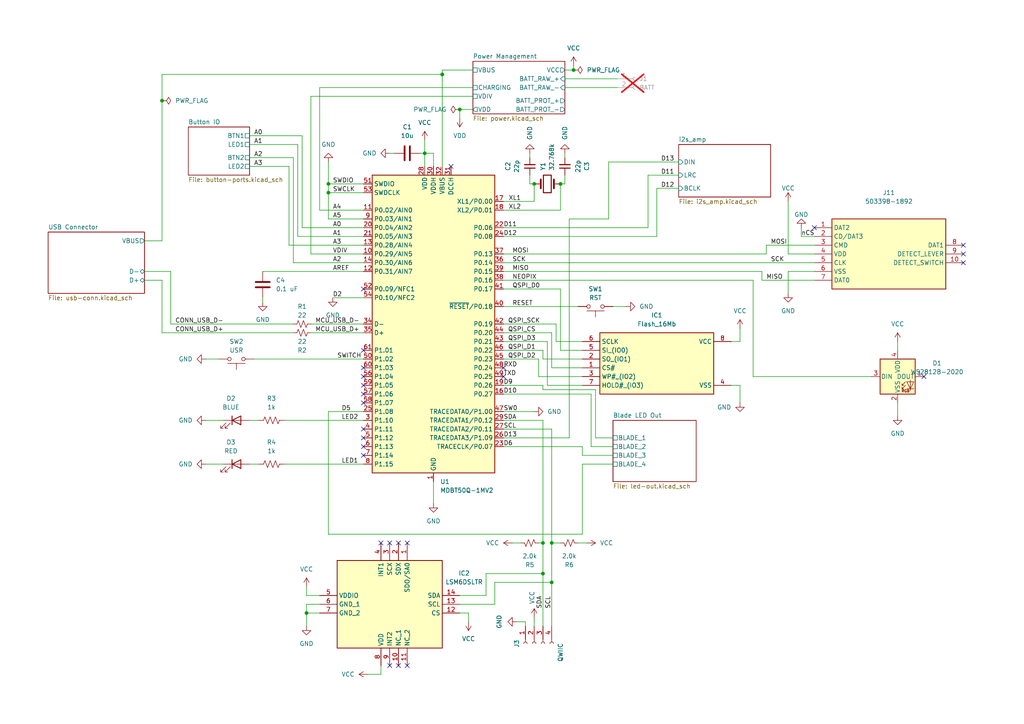
<source format=kicad_sch>
(kicad_sch (version 20230121) (generator eeschema)
  (paper "A4")
  (title_block (title "Lightsaber System Board") (date "2023-03-28") (rev "v2"))
  (lib_symbols
    (symbol "Connector:Conn_01x02_Socket" (pin_names (offset 1.016) hide)
      (property "Reference" "J" (at 0 2.54 0))
      (property "Value" "Conn_01x02_Socket" (at 0 -5.08 0))
      (symbol "Conn_01x02_Socket_1_1"
        (arc (start 0 -2.032) (mid -0.5058 -2.54) (end 0 -3.048) (stroke (width 0.1524)))
        (polyline (pts (xy -1.27 -2.54) (xy -0.508 -2.54)) (stroke (width 0.1524)))
        (polyline (pts (xy -1.27 0) (xy -0.508 0)) (stroke (width 0.1524)))
        (arc (start 0 0.508) (mid -0.5058 0) (end 0 -0.508) (stroke (width 0.1524)))
        (pin passive line (at -5.08 0 0) (length 3.81) (name "Pin_1") (number "1"))
        (pin passive line (at -5.08 -2.54 0) (length 3.81) (name "Pin_2") (number "2"))
      )
    )
    (symbol "Connector:Conn_01x04_Socket" (pin_names (offset 1.016) hide)
      (property "Reference" "J" (at 0 5.08 0))
      (property "Value" "Conn_01x04_Socket" (at 0 -7.62 0))
      (symbol "Conn_01x04_Socket_1_1"
        (arc (start 0 -4.572) (mid -0.5058 -5.08) (end 0 -5.588) (stroke (width 0.1524)))
        (arc (start 0 -2.032) (mid -0.5058 -2.54) (end 0 -3.048) (stroke (width 0.1524)))
        (polyline (pts (xy -1.27 -5.08) (xy -0.508 -5.08)) (stroke (width 0.1524)))
        (polyline (pts (xy -1.27 -2.54) (xy -0.508 -2.54)) (stroke (width 0.1524)))
        (polyline (pts (xy -1.27 0) (xy -0.508 0)) (stroke (width 0.1524)))
        (polyline (pts (xy -1.27 2.54) (xy -0.508 2.54)) (stroke (width 0.1524)))
        (arc (start 0 0.508) (mid -0.5058 0) (end 0 -0.508) (stroke (width 0.1524)))
        (arc (start 0 3.048) (mid -0.5058 2.54) (end 0 2.032) (stroke (width 0.1524)))
        (pin passive line (at -5.08 2.54 0) (length 3.81) (name "Pin_1") (number "1"))
        (pin passive line (at -5.08 0 0) (length 3.81) (name "Pin_2") (number "2"))
        (pin passive line (at -5.08 -2.54 0) (length 3.81) (name "Pin_3") (number "3"))
        (pin passive line (at -5.08 -5.08 0) (length 3.81) (name "Pin_4") (number "4"))
      )
    )
    (symbol "Device:C" (pin_numbers hide) (pin_names (offset 0.254))
      (property "Reference" "C" (at 0.635 2.54 0))
      (property "Value" "C" (at 0.635 -2.54 0))
      (symbol "C_0_1"
        (polyline (pts (xy -2.032 -0.762) (xy 2.032 -0.762)) (stroke (width 0.508)))
        (polyline (pts (xy -2.032 0.762) (xy 2.032 0.762)) (stroke (width 0.508)))
      )
      (symbol "C_1_1"
        (pin passive line (at 0 3.81 270) (length 2.794) (name "~") (number "1"))
        (pin passive line (at 0 -3.81 90) (length 2.794) (name "~") (number "2"))
      )
    )
    (symbol "Device:C_Small" (pin_numbers hide) (pin_names (offset 0.254) hide)
      (property "Reference" "C" (at 0.254 1.778 0))
      (property "Value" "C_Small" (at 0.254 -2.032 0))
      (symbol "C_Small_0_1"
        (polyline (pts (xy -1.524 -0.508) (xy 1.524 -0.508)) (stroke (width 0.3302)))
        (polyline (pts (xy -1.524 0.508) (xy 1.524 0.508)) (stroke (width 0.3048)))
      )
      (symbol "C_Small_1_1"
        (pin passive line (at 0 2.54 270) (length 2.032) (name "~") (number "1"))
        (pin passive line (at 0 -2.54 90) (length 2.032) (name "~") (number "2"))
      )
    )
    (symbol "Device:Crystal" (pin_numbers hide) (pin_names (offset 1.016) hide)
      (property "Reference" "Y" (at 0 3.81 0))
      (property "Value" "Crystal" (at 0 -3.81 0))
      (symbol "Crystal_0_1"
        (rectangle (start -1.143 2.54) (end 1.143 -2.54) (stroke (width 0.3048)))
        (polyline (pts (xy -2.54 0) (xy -1.905 0)))
        (polyline (pts (xy -1.905 -1.27) (xy -1.905 1.27)) (stroke (width 0.508)))
        (polyline (pts (xy 1.905 -1.27) (xy 1.905 1.27)) (stroke (width 0.508)))
        (polyline (pts (xy 2.54 0) (xy 1.905 0)))
      )
      (symbol "Crystal_1_1"
        (pin passive line (at -3.81 0 0) (length 1.27) (name "1") (number "1"))
        (pin passive line (at 3.81 0 180) (length 1.27) (name "2") (number "2"))
      )
    )
    (symbol "Device:LED" (pin_numbers hide) (pin_names (offset 1.016) hide)
      (property "Reference" "D" (at 0 2.54 0))
      (property "Value" "LED" (at 0 -2.54 0))
      (symbol "LED_0_1"
        (polyline (pts (xy -1.27 -1.27) (xy -1.27 1.27)) (stroke (width 0.254)))
        (polyline (pts (xy -1.27 0) (xy 1.27 0)))
        (polyline (pts (xy 1.27 -1.27) (xy 1.27 1.27) (xy -1.27 0) (xy 1.27 -1.27)) (stroke (width 0.254)))
        (polyline (pts (xy -3.048 -0.762) (xy -4.572 -2.286) (xy -3.81 -2.286) (xy -4.572 -2.286) (xy -4.572 -1.524)))
        (polyline (pts (xy -1.778 -0.762) (xy -3.302 -2.286) (xy -2.54 -2.286) (xy -3.302 -2.286) (xy -3.302 -1.524)))
      )
      (symbol "LED_1_1"
        (pin passive line (at -3.81 0 0) (length 2.54) (name "K") (number "1"))
        (pin passive line (at 3.81 0 180) (length 2.54) (name "A") (number "2"))
      )
    )
    (symbol "Device:R_Small_US" (pin_numbers hide) (pin_names (offset 0.254) hide)
      (property "Reference" "R" (at 0.762 0.508 0))
      (property "Value" "R_Small_US" (at 0.762 -1.016 0))
      (symbol "R_Small_US_1_1"
        (polyline (pts (xy 0 0) (xy 1.016 -0.381) (xy 0 -0.762) (xy -1.016 -1.143) (xy 0 -1.524)))
        (polyline (pts (xy 0 1.524) (xy 1.016 1.143) (xy 0 0.762) (xy -1.016 0.381) (xy 0 0)))
        (pin passive line (at 0 2.54 270) (length 1.016) (name "~") (number "1"))
        (pin passive line (at 0 -2.54 90) (length 1.016) (name "~") (number "2"))
      )
    )
    (symbol "Device:R_US" (pin_numbers hide) (pin_names (offset 0))
      (property "Reference" "R" (at 2.54 0 90))
      (property "Value" "R_US" (at -2.54 0 90))
      (symbol "R_US_0_1"
        (polyline (pts (xy 0 -2.286) (xy 0 -2.54)))
        (polyline (pts (xy 0 2.286) (xy 0 2.54)))
        (polyline (pts (xy 0 -0.762) (xy 1.016 -1.143) (xy 0 -1.524) (xy -1.016 -1.905) (xy 0 -2.286)))
        (polyline (pts (xy 0 0.762) (xy 1.016 0.381) (xy 0 0) (xy -1.016 -0.381) (xy 0 -0.762)))
        (polyline (pts (xy 0 2.286) (xy 1.016 1.905) (xy 0 1.524) (xy -1.016 1.143) (xy 0 0.762)))
      )
      (symbol "R_US_1_1"
        (pin passive line (at 0 3.81 270) (length 1.27) (name "~") (number "1"))
        (pin passive line (at 0 -3.81 90) (length 1.27) (name "~") (number "2"))
      )
    )
    (symbol "LED:WS2812B" (pin_names (offset 0.254))
      (property "Reference" "D2" (at 11.43 3.8861 0))
      (property "Value" "WS2812B" (at 11.43 1.3461 0))
      (symbol "WS2812B_0_0"
        (text "RGB" (at 2.286 -4.191 0) (effects (font (size 0.762 0.762))))
      )
      (symbol "WS2812B_0_1"
        (polyline (pts (xy 1.27 -3.556) (xy 1.778 -3.556)))
        (polyline (pts (xy 1.27 -2.54) (xy 1.778 -2.54)))
        (polyline (pts (xy 4.699 -3.556) (xy 2.667 -3.556)))
        (polyline (pts (xy 2.286 -2.54) (xy 1.27 -3.556) (xy 1.27 -3.048)))
        (polyline (pts (xy 2.286 -1.524) (xy 1.27 -2.54) (xy 1.27 -2.032)))
        (polyline (pts (xy 3.683 -1.016) (xy 3.683 -3.556) (xy 3.683 -4.064)))
        (polyline (pts (xy 4.699 -1.524) (xy 2.667 -1.524) (xy 3.683 -3.556) (xy 4.699 -1.524)))
        (rectangle (start 5.08 5.08) (end -5.08 -5.08) (stroke (width 0.254)) (fill (type background)))
      )
      (symbol "WS2812B_1_1"
        (pin output line (at 7.62 0 180) (length 2.54) (name "DOUT") (number "1"))
        (pin power_in line (at 0 -7.62 90) (length 2.54) (name "VSS") (number "2"))
        (pin input line (at -7.62 0 0) (length 2.54) (name "DIN") (number "3"))
        (pin power_in line (at 0 7.62 270) (length 2.54) (name "VDD") (number "4"))
      )
    )
    (symbol "PCM_4ms_Power-symbol:GND" (power) (pin_names (offset 0))
      (property "Value" "GND" (at 0 -3.81 0))
      (symbol "GND_0_1"
        (polyline (pts (xy 0 0) (xy 0 -1.27) (xy 1.27 -1.27) (xy 0 -2.54) (xy -1.27 -1.27) (xy 0 -1.27)))
      )
      (symbol "GND_1_1"
        (pin power_in line (at 0 0 270) (length 0) hide (name "GND") (number "1"))
      )
    )
    (symbol "RF_Module:MDBT50Q-1MV2"
      (property "Reference" "U" (at 0 0 0))
      (property "Value" "MDBT50Q-1MV2" (at 0 -2.54 0))
      (symbol "MDBT50Q-1MV2_0_1"
        (rectangle (start -17.78 43.18) (end 17.78 -43.18) (stroke (width 0.254)) (fill (type background)))
      )
      (symbol "MDBT50Q-1MV2_1_1"
        (pin power_in line (at 0 -45.72 90) (length 2.54) (name "GND") (number "1"))
        (pin bidirectional line (at -20.32 20.32 0) (length 2.54) (name "P0.29/AIN5") (number "10"))
        (pin bidirectional line (at -20.32 33.02 0) (length 2.54) (name "P0.02/AIN0") (number "11"))
        (pin bidirectional line (at -20.32 15.24 0) (length 2.54) (name "P0.31/AIN7") (number "12"))
        (pin bidirectional line (at -20.32 22.86 0) (length 2.54) (name "P0.28/AIN4") (number "13"))
        (pin bidirectional line (at -20.32 17.78 0) (length 2.54) (name "P0.30/AIN6") (number "14"))
        (pin passive line (at 0 -45.72 90) (length 2.54) hide (name "GND") (number "15"))
        (pin bidirectional line (at 20.32 -20.32 180) (length 2.54) (name "P0.27") (number "16"))
        (pin bidirectional line (at 20.32 35.56 180) (length 2.54) (name "XL1/P0.00") (number "17"))
        (pin bidirectional line (at 20.32 33.02 180) (length 2.54) (name "XL2/P0.01") (number "18"))
        (pin bidirectional line (at 20.32 -17.78 180) (length 2.54) (name "P0.26") (number "19"))
        (pin passive line (at 0 -45.72 90) (length 2.54) hide (name "GND") (number "2"))
        (pin bidirectional line (at -20.32 27.94 0) (length 2.54) (name "P0.04/AIN2") (number "20"))
        (pin bidirectional line (at -20.32 25.4 0) (length 2.54) (name "P0.05/AIN3") (number "21"))
        (pin bidirectional line (at 20.32 27.94 180) (length 2.54) (name "P0.06") (number "22"))
        (pin bidirectional line (at 20.32 -35.56 180) (length 2.54) (name "TRACECLK/P0.07") (number "23"))
        (pin bidirectional line (at 20.32 25.4 180) (length 2.54) (name "P0.08") (number "24"))
        (pin bidirectional line (at -20.32 -25.4 0) (length 2.54) (name "P1.08") (number "25"))
        (pin bidirectional line (at 20.32 -33.02 180) (length 2.54) (name "TRACEDATA3/P1.09") (number "26"))
        (pin bidirectional line (at 20.32 -30.48 180) (length 2.54) (name "TRACEDATA2/P0.11") (number "27"))
        (pin power_in line (at -2.54 45.72 270) (length 2.54) (name "VDD") (number "28"))
        (pin bidirectional line (at 20.32 -27.94 180) (length 2.54) (name "TRACEDATA1/P0.12") (number "29"))
        (pin bidirectional line (at -20.32 -27.94 0) (length 2.54) (name "P1.10") (number "3"))
        (pin power_in line (at 0 45.72 270) (length 2.54) (name "VDDH") (number "30"))
        (pin power_out line (at 5.08 45.72 270) (length 2.54) (name "DCCH") (number "31"))
        (pin power_in line (at 2.54 45.72 270) (length 2.54) (name "VBUS") (number "32"))
        (pin passive line (at 0 -45.72 90) (length 2.54) hide (name "GND") (number "33"))
        (pin bidirectional line (at -20.32 0 0) (length 2.54) (name "D-") (number "34"))
        (pin bidirectional line (at -20.32 -2.54 0) (length 2.54) (name "D+") (number "35"))
        (pin bidirectional line (at 20.32 17.78 180) (length 2.54) (name "P0.14") (number "36"))
        (pin bidirectional line (at 20.32 20.32 180) (length 2.54) (name "P0.13") (number "37"))
        (pin bidirectional line (at 20.32 12.7 180) (length 2.54) (name "P0.16") (number "38"))
        (pin bidirectional line (at 20.32 15.24 180) (length 2.54) (name "P0.15") (number "39"))
        (pin bidirectional line (at -20.32 -30.48 0) (length 2.54) (name "P1.11") (number "4"))
        (pin bidirectional line (at 20.32 5.08 180) (length 2.54) (name "~{RESET}/P0.18") (number "40"))
        (pin bidirectional line (at 20.32 10.16 180) (length 2.54) (name "P0.17") (number "41"))
        (pin bidirectional line (at 20.32 0 180) (length 2.54) (name "P0.19") (number "42"))
        (pin bidirectional line (at 20.32 -5.08 180) (length 2.54) (name "P0.21") (number "43"))
        (pin bidirectional line (at 20.32 -2.54 180) (length 2.54) (name "P0.20") (number "44"))
        (pin bidirectional line (at 20.32 -10.16 180) (length 2.54) (name "P0.23") (number "45"))
        (pin bidirectional line (at 20.32 -7.62 180) (length 2.54) (name "P0.22") (number "46"))
        (pin bidirectional line (at 20.32 -25.4 180) (length 2.54) (name "TRACEDATA0/P1.00") (number "47"))
        (pin bidirectional line (at 20.32 -12.7 180) (length 2.54) (name "P0.24") (number "48"))
        (pin bidirectional line (at 20.32 -15.24 180) (length 2.54) (name "P0.25") (number "49"))
        (pin bidirectional line (at -20.32 -33.02 0) (length 2.54) (name "P1.12") (number "5"))
        (pin bidirectional line (at -20.32 -10.16 0) (length 2.54) (name "P1.02") (number "50"))
        (pin bidirectional line (at -20.32 40.64 0) (length 2.54) (name "SWDIO") (number "51"))
        (pin bidirectional line (at -20.32 10.16 0) (length 2.54) (name "P0.09/NFC1") (number "52"))
        (pin input line (at -20.32 38.1 0) (length 2.54) (name "SWDCLK") (number "53"))
        (pin bidirectional line (at -20.32 7.62 0) (length 2.54) (name "P0.10/NFC2") (number "54"))
        (pin passive line (at 0 -45.72 90) (length 2.54) hide (name "GND") (number "55"))
        (pin bidirectional line (at -20.32 -15.24 0) (length 2.54) (name "P1.04") (number "56"))
        (pin bidirectional line (at -20.32 -20.32 0) (length 2.54) (name "P1.06") (number "57"))
        (pin bidirectional line (at -20.32 -22.86 0) (length 2.54) (name "P1.07") (number "58"))
        (pin bidirectional line (at -20.32 -17.78 0) (length 2.54) (name "P1.05") (number "59"))
        (pin bidirectional line (at -20.32 -35.56 0) (length 2.54) (name "P1.13") (number "6"))
        (pin bidirectional line (at -20.32 -12.7 0) (length 2.54) (name "P1.03") (number "60"))
        (pin bidirectional line (at -20.32 -7.62 0) (length 2.54) (name "P1.01") (number "61"))
        (pin bidirectional line (at -20.32 -38.1 0) (length 2.54) (name "P1.14") (number "7"))
        (pin bidirectional line (at -20.32 -40.64 0) (length 2.54) (name "P1.15") (number "8"))
        (pin bidirectional line (at -20.32 30.48 0) (length 2.54) (name "P0.03/AIN1") (number "9"))
      )
    )
    (symbol "SW_Push_1" (pin_numbers hide) (pin_names (offset 1.016) hide)
      (property "Reference" "SW" (at 1.27 2.54 0))
      (property "Value" "SW_Push" (at 0 -1.524 0))
      (symbol "SW_Push_1_0_1"
        (circle (center -2.032 0) (radius 0.508))
        (polyline (pts (xy 0 1.27) (xy 0 3.048)))
        (polyline (pts (xy 2.54 1.27) (xy -2.54 1.27)))
        (circle (center 2.032 0) (radius 0.508))
        (pin passive line (at -5.08 0 0) (length 2.54) (name "1") (number "1"))
        (pin passive line (at 5.08 0 180) (length 2.54) (name "2") (number "2"))
      )
    )
    (symbol "Switch:SW_Push" (pin_numbers hide) (pin_names (offset 1.016) hide)
      (property "Reference" "SW1" (at 0 -5.08 0))
      (property "Value" "SW_RESET" (at 0 -2.54 0))
      (symbol "SW_Push_0_1"
        (circle (center -2.032 0) (radius 0.508))
        (polyline (pts (xy 0 1.27) (xy 0 3.048)))
        (polyline (pts (xy 2.54 1.27) (xy -2.54 1.27)))
        (circle (center 2.032 0) (radius 0.508))
        (pin passive line (at -5.08 0 0) (length 2.54) (name "1") (number "1"))
        (pin passive line (at 5.08 0 180) (length 2.54) (name "2") (number "2"))
      )
    )
    (symbol "imports-new:GD25Q16ETIGR"
      (property "Reference" "IC2" (at 21.59 7.62 0))
      (property "Value" "GD25Q16ETIGR" (at 21.59 5.08 0))
      (symbol "GD25Q16ETIGR_1_1"
        (rectangle (start 5.08 2.54) (end 38.1 -15.24) (stroke (width 0.254)) (fill (type background)))
        (pin passive line (at 0 -7.62 0) (length 5.08) (name "CS#") (number "1"))
        (pin passive line (at 0 -5.08 0) (length 5.08) (name "SO_(IO1)") (number "2"))
        (pin passive line (at 0 -10.16 0) (length 5.08) (name "WP#_(IO2)") (number "3"))
        (pin passive line (at 43.18 -12.7 180) (length 5.08) (name "VSS") (number "4"))
        (pin passive line (at 0 -2.54 0) (length 5.08) (name "SI_(IO0)") (number "5"))
        (pin passive line (at 0 0 0) (length 5.08) (name "SCLK") (number "6"))
        (pin passive line (at 0 -12.7 0) (length 5.08) (name "HOLD#_(IO3)") (number "7"))
        (pin passive line (at 43.18 0 180) (length 5.08) (name "VCC") (number "8"))
      )
    )
    (symbol "imports:503398-1892"
      (property "Reference" "J11" (at 21.59 10.16 0))
      (property "Value" "503398-1892" (at 21.59 7.62 0))
      (property "Footprint" "Imports:Molex uSD Card Holder Push-Push 503398-1892" (at 21.59 5.08 0))
      (symbol "503398-1892_1_1"
        (rectangle (start 5.08 2.54) (end 38.1 -17.78) (stroke (width 0.254)) (fill (type background)))
        (pin passive line (at 0 0 0) (length 5.08) (name "DAT2") (number "1"))
        (pin passive line (at 43.18 -10.16 180) (length 5.08) (name "DETECT_SWITCH") (number "10"))
        (pin passive line (at 0 -2.54 0) (length 5.08) (name "CD/DAT3") (number "2"))
        (pin passive line (at 0 -5.08 0) (length 5.08) (name "CMD") (number "3"))
        (pin passive line (at 0 -7.62 0) (length 5.08) (name "VDD") (number "4"))
        (pin passive line (at 0 -10.16 0) (length 5.08) (name "CLK") (number "5"))
        (pin passive line (at 0 -12.7 0) (length 5.08) (name "VSS") (number "6"))
        (pin passive line (at 0 -15.24 0) (length 5.08) (name "DAT0") (number "7"))
        (pin passive line (at 43.18 -5.08 180) (length 5.08) (name "DAT1") (number "8"))
        (pin passive line (at 43.18 -7.62 180) (length 5.08) (name "DETECT_LEVER") (number "9"))
      )
    )
    (symbol "imports:LSM6DSLTR"
      (property "Reference" "IC" (at 31.75 15.24 0))
      (property "Value" "LSM6DSLTR" (at 31.75 12.7 0))
      (symbol "LSM6DSLTR_1_1"
        (rectangle (start 5.08 10.16) (end 30.48 -20.32) (stroke (width 0.254)) (fill (type background)))
        (pin passive line (at 0 0 0) (length 5.08) (name "SDO/SA0") (number "1"))
        (pin passive line (at 35.56 -2.54 180) (length 5.08) (name "NC_1") (number "10"))
        (pin passive line (at 35.56 0 180) (length 5.08) (name "NC_2") (number "11"))
        (pin passive line (at 20.32 15.24 270) (length 5.08) (name "CS") (number "12"))
        (pin passive line (at 17.78 15.24 270) (length 5.08) (name "SCL") (number "13"))
        (pin passive line (at 15.24 15.24 270) (length 5.08) (name "SDA") (number "14"))
        (pin passive line (at 0 -2.54 0) (length 5.08) (name "SDX") (number "2"))
        (pin passive line (at 0 -5.08 0) (length 5.08) (name "SCX") (number "3"))
        (pin passive line (at 0 -7.62 0) (length 5.08) (name "INT1") (number "4"))
        (pin passive line (at 15.24 -25.4 90) (length 5.08) (name "VDDIO") (number "5"))
        (pin passive line (at 17.78 -25.4 90) (length 5.08) (name "GND_1") (number "6"))
        (pin passive line (at 20.32 -25.4 90) (length 5.08) (name "GND_2") (number "7"))
        (pin passive line (at 35.56 -7.62 180) (length 5.08) (name "VDD") (number "8"))
        (pin passive line (at 35.56 -5.08 180) (length 5.08) (name "INT2") (number "9"))
      )
    )
    (symbol "power:GND" (power) (pin_names (offset 0))
      (property "Value" "GND" (at 0 -3.81 0))
      (symbol "GND_0_1"
        (polyline (pts (xy 0 0) (xy 0 -1.27) (xy 1.27 -1.27) (xy 0 -2.54) (xy -1.27 -1.27) (xy 0 -1.27)))
      )
      (symbol "GND_1_1"
        (pin power_in line (at 0 0 270) (length 0) hide (name "GND") (number "1"))
      )
    )
    (symbol "power:PWR_FLAG" (power) (pin_numbers hide) (pin_names (offset 0) hide)
      (property "Value" "PWR_FLAG" (at 0 3.81 0))
      (symbol "PWR_FLAG_0_0"
        (pin power_out line (at 0 0 90) (length 0) (name "pwr") (number "1"))
      )
      (symbol "PWR_FLAG_0_1"
        (polyline (pts (xy 0 0) (xy 0 1.27) (xy -1.016 1.905) (xy 0 2.54) (xy 1.016 1.905) (xy 0 1.27)))
      )
    )
    (symbol "power:VCC" (power) (pin_names (offset 0))
      (property "Value" "VCC" (at 0 3.81 0))
      (symbol "VCC_0_1"
        (polyline (pts (xy -0.762 1.27) (xy 0 2.54)))
        (polyline (pts (xy 0 0) (xy 0 2.54)))
        (polyline (pts (xy 0 2.54) (xy 0.762 1.27)))
      )
      (symbol "VCC_1_1"
        (pin power_in line (at 0 0 90) (length 0) hide (name "VCC") (number "1"))
      )
    )
    (symbol "power:VDD" (power) (pin_names (offset 0))
      (property "Value" "VDD" (at 0 3.81 0))
      (symbol "VDD_0_1"
        (polyline (pts (xy -0.762 1.27) (xy 0 2.54)))
        (polyline (pts (xy 0 0) (xy 0 2.54)))
        (polyline (pts (xy 0 2.54) (xy 0.762 1.27)))
      )
      (symbol "VDD_1_1"
        (pin power_in line (at 0 0 90) (length 0) hide (name "VDD") (number "1"))
      )
    )
  )
  (junction (at 157.48 166.37))
  (junction (at 88.9 177.8))
  (junction (at 160.02 157.48))
  (junction (at 162.56 53.34))
  (junction (at 157.48 157.48))
  (junction (at 160.02 168.91))
  (junction (at 123.19 44.45))
  (junction (at 166.37 20.32))
  (junction (at 95.25 55.88))
  (junction (at 154.94 53.34))
  (junction (at 46.99 29.21))
  (junction (at 95.25 53.34))
  (junction (at 128.27 21.59))
  (junction (at 133.35 31.75))
  (no_connect (at 118.11 157.48))
  (no_connect (at 113.03 157.48))
  (no_connect (at 110.49 157.48))
  (no_connect (at 115.57 193.04))
  (no_connect (at 279.4 76.2))
  (no_connect (at 279.4 71.12))
  (no_connect (at 105.41 83.82))
  (no_connect (at 105.41 111.76))
  (no_connect (at 105.41 127))
  (no_connect (at 105.41 129.54))
  (no_connect (at 105.41 101.6))
  (no_connect (at 279.4 73.66))
  (no_connect (at 115.57 157.48))
  (no_connect (at 130.81 48.26))
  (no_connect (at 113.03 193.04))
  (no_connect (at 236.22 66.04))
  (no_connect (at 105.41 116.84))
  (no_connect (at 267.97 109.22))
  (no_connect (at 105.41 109.22))
  (no_connect (at 146.05 109.22))
  (no_connect (at 105.41 124.46))
  (no_connect (at 146.05 106.68))
  (no_connect (at 105.41 132.08))
  (no_connect (at 105.41 106.68))
  (no_connect (at 118.11 193.04))
  (no_connect (at 105.41 114.3))
  (wire (pts (xy 63.5 104.14) (xy 59.69 104.14)))
  (wire (pts (xy 125.73 44.45) (xy 123.19 44.45)))
  (wire (pts (xy 95.25 53.34) (xy 105.41 53.34)))
  (wire (pts (xy 214.63 111.76) (xy 214.63 116.84)))
  (wire (pts (xy 87.63 66.04) (xy 105.41 66.04)))
  (wire (pts (xy 72.39 121.92) (xy 74.93 121.92)))
  (wire (pts (xy 166.37 20.32) (xy 166.37 19.05)))
  (wire (pts (xy 220.98 78.74) (xy 146.05 78.74)))
  (wire (pts (xy 190.5 68.58) (xy 146.05 68.58)))
  (wire (pts (xy 41.91 78.74) (xy 49.53 78.74)))
  (wire (pts (xy 160.02 157.48) (xy 160.02 168.91)))
  (wire (pts (xy 146.05 124.46) (xy 160.02 124.46)))
  (wire (pts (xy 196.85 54.61) (xy 190.5 54.61)))
  (wire (pts (xy 218.44 81.28) (xy 146.05 81.28)))
  (wire (pts (xy 168.91 132.08) (xy 177.8 132.08)))
  (wire (pts (xy 146.05 127) (xy 165.1 127)))
  (wire (pts (xy 83.82 71.12) (xy 105.41 71.12)))
  (wire (pts (xy 140.97 166.37) (xy 157.48 166.37)))
  (wire (pts (xy 110.49 193.04) (xy 110.49 195.58)))
  (wire (pts (xy 153.67 53.34) (xy 154.94 53.34)))
  (wire (pts (xy 92.71 177.8) (xy 88.9 177.8)))
  (wire (pts (xy 176.53 46.99) (xy 196.85 46.99)))
  (wire (pts (xy 92.71 172.72) (xy 88.9 172.72)))
  (wire (pts (xy 92.71 175.26) (xy 88.9 175.26)))
  (wire (pts (xy 46.99 69.85) (xy 46.99 29.21)))
  (wire (pts (xy 165.1 63.5) (xy 165.1 127)))
  (wire (pts (xy 87.63 39.37) (xy 87.63 66.04)))
  (wire (pts (xy 72.39 134.62) (xy 74.93 134.62)))
  (wire (pts (xy 220.98 81.28) (xy 236.22 81.28)))
  (wire (pts (xy 156.21 157.48) (xy 157.48 157.48)))
  (wire (pts (xy 125.73 48.26) (xy 125.73 44.45)))
  (wire (pts (xy 90.17 93.98) (xy 105.41 93.98)))
  (wire (pts (xy 157.48 104.14) (xy 168.91 104.14)))
  (wire (pts (xy 137.16 27.94) (xy 90.17 27.94)))
  (wire (pts (xy 146.05 119.38) (xy 154.94 119.38)))
  (wire (pts (xy 133.35 172.72) (xy 140.97 172.72)))
  (wire (pts (xy 41.91 81.28) (xy 46.99 81.28)))
  (wire (pts (xy 163.83 53.34) (xy 162.56 53.34)))
  (wire (pts (xy 163.83 50.8) (xy 163.83 53.34)))
  (wire (pts (xy 143.51 168.91) (xy 160.02 168.91)))
  (wire (pts (xy 72.39 45.72) (xy 85.09 45.72)))
  (wire (pts (xy 220.98 81.28) (xy 220.98 78.74)))
  (wire (pts (xy 148.59 157.48) (xy 151.13 157.48)))
  (wire (pts (xy 146.05 114.3) (xy 171.45 114.3)))
  (wire (pts (xy 82.55 134.62) (xy 105.41 134.62)))
  (wire (pts (xy 260.35 99.06) (xy 260.35 101.6)))
  (wire (pts (xy 73.66 104.14) (xy 105.41 104.14)))
  (wire (pts (xy 90.17 96.52) (xy 105.41 96.52)))
  (wire (pts (xy 85.09 96.52) (xy 46.99 96.52)))
  (wire (pts (xy 95.25 55.88) (xy 105.41 55.88)))
  (wire (pts (xy 190.5 54.61) (xy 190.5 68.58)))
  (wire (pts (xy 83.82 71.12) (xy 83.82 48.26)))
  (wire (pts (xy 168.91 154.94) (xy 95.25 154.94)))
  (wire (pts (xy 157.48 157.48) (xy 157.48 166.37)))
  (wire (pts (xy 133.35 31.75) (xy 137.16 31.75)))
  (wire (pts (xy 168.91 129.54) (xy 168.91 132.08)))
  (wire (pts (xy 59.69 134.62) (xy 64.77 134.62)))
  (wire (pts (xy 222.25 73.66) (xy 222.25 71.12)))
  (wire (pts (xy 161.29 93.98) (xy 146.05 93.98)))
  (wire (pts (xy 88.9 175.26) (xy 88.9 177.8)))
  (wire (pts (xy 92.71 25.4) (xy 92.71 60.96)))
  (wire (pts (xy 167.64 157.48) (xy 170.18 157.48)))
  (wire (pts (xy 135.89 180.34) (xy 135.89 177.8)))
  (wire (pts (xy 260.35 116.84) (xy 260.35 120.65)))
  (wire (pts (xy 214.63 99.06) (xy 214.63 95.25)))
  (wire (pts (xy 172.72 113.03) (xy 172.72 127)))
  (wire (pts (xy 161.29 99.06) (xy 161.29 93.98)))
  (wire (pts (xy 86.36 41.91) (xy 86.36 68.58)))
  (wire (pts (xy 49.53 78.74) (xy 49.53 93.98)))
  (wire (pts (xy 72.39 41.91) (xy 86.36 41.91)))
  (wire (pts (xy 146.05 99.06) (xy 158.75 99.06)))
  (wire (pts (xy 146.05 88.9) (xy 167.64 88.9)))
  (wire (pts (xy 85.09 76.2) (xy 85.09 45.72)))
  (wire (pts (xy 146.05 96.52) (xy 160.02 96.52)))
  (wire (pts (xy 133.35 34.29) (xy 133.35 31.75)))
  (wire (pts (xy 76.2 86.36) (xy 76.2 87.63)))
  (wire (pts (xy 85.09 76.2) (xy 105.41 76.2)))
  (wire (pts (xy 146.05 58.42) (xy 154.94 58.42)))
  (wire (pts (xy 222.25 71.12) (xy 236.22 71.12)))
  (wire (pts (xy 232.41 68.58) (xy 232.41 66.04)))
  (wire (pts (xy 163.83 45.72) (xy 163.83 44.45)))
  (wire (pts (xy 146.05 83.82) (xy 162.56 83.82)))
  (wire (pts (xy 95.25 53.34) (xy 95.25 55.88)))
  (wire (pts (xy 95.25 119.38) (xy 105.41 119.38)))
  (wire (pts (xy 162.56 83.82) (xy 162.56 101.6)))
  (wire (pts (xy 146.05 76.2) (xy 236.22 76.2)))
  (wire (pts (xy 153.67 45.72) (xy 153.67 44.45)))
  (wire (pts (xy 76.2 78.74) (xy 105.41 78.74)))
  (wire (pts (xy 83.82 48.26) (xy 72.39 48.26)))
  (wire (pts (xy 46.99 29.21) (xy 46.99 21.59)))
  (wire (pts (xy 160.02 168.91) (xy 160.02 181.61)))
  (wire (pts (xy 49.53 93.98) (xy 85.09 93.98)))
  (wire (pts (xy 163.83 22.86) (xy 179.07 22.86)))
  (wire (pts (xy 135.89 177.8) (xy 133.35 177.8)))
  (wire (pts (xy 177.8 88.9) (xy 181.61 88.9)))
  (wire (pts (xy 156.21 109.22) (xy 168.91 109.22)))
  (wire (pts (xy 59.69 121.92) (xy 64.77 121.92)))
  (wire (pts (xy 72.39 39.37) (xy 87.63 39.37)))
  (wire (pts (xy 212.09 111.76) (xy 214.63 111.76)))
  (wire (pts (xy 168.91 99.06) (xy 161.29 99.06)))
  (wire (pts (xy 137.16 25.4) (xy 92.71 25.4)))
  (wire (pts (xy 95.25 63.5) (xy 95.25 55.88)))
  (wire (pts (xy 157.48 166.37) (xy 157.48 181.61)))
  (wire (pts (xy 152.4 180.34) (xy 149.86 180.34)))
  (wire (pts (xy 123.19 44.45) (xy 123.19 48.26)))
  (wire (pts (xy 90.17 27.94) (xy 90.17 73.66)))
  (wire (pts (xy 187.96 50.8) (xy 196.85 50.8)))
  (wire (pts (xy 133.35 175.26) (xy 143.51 175.26)))
  (wire (pts (xy 146.05 111.76) (xy 157.48 111.76)))
  (wire (pts (xy 41.91 69.85) (xy 46.99 69.85)))
  (wire (pts (xy 172.72 127) (xy 177.8 127)))
  (wire (pts (xy 146.05 73.66) (xy 222.25 73.66)))
  (wire (pts (xy 154.94 181.61) (xy 154.94 179.07)))
  (wire (pts (xy 46.99 81.28) (xy 46.99 96.52)))
  (wire (pts (xy 95.25 154.94) (xy 95.25 119.38)))
  (wire (pts (xy 128.27 21.59) (xy 128.27 48.26)))
  (wire (pts (xy 128.27 20.32) (xy 128.27 21.59)))
  (wire (pts (xy 236.22 68.58) (xy 232.41 68.58)))
  (wire (pts (xy 154.94 58.42) (xy 154.94 53.34)))
  (wire (pts (xy 187.96 66.04) (xy 146.05 66.04)))
  (wire (pts (xy 171.45 129.54) (xy 171.45 114.3)))
  (wire (pts (xy 160.02 124.46) (xy 160.02 157.48)))
  (wire (pts (xy 160.02 96.52) (xy 160.02 106.68)))
  (wire (pts (xy 88.9 177.8) (xy 88.9 181.61)))
  (wire (pts (xy 95.25 63.5) (xy 105.41 63.5)))
  (wire (pts (xy 158.75 99.06) (xy 158.75 111.76)))
  (wire (pts (xy 162.56 60.96) (xy 162.56 53.34)))
  (wire (pts (xy 160.02 106.68) (xy 168.91 106.68)))
  (wire (pts (xy 86.36 68.58) (xy 105.41 68.58)))
  (wire (pts (xy 177.8 134.62) (xy 168.91 134.62)))
  (wire (pts (xy 163.83 20.32) (xy 166.37 20.32)))
  (wire (pts (xy 46.99 21.59) (xy 128.27 21.59)))
  (wire (pts (xy 187.96 50.8) (xy 187.96 66.04)))
  (wire (pts (xy 157.48 101.6) (xy 157.48 104.14)))
  (wire (pts (xy 140.97 172.72) (xy 140.97 166.37)))
  (wire (pts (xy 146.05 104.14) (xy 156.21 104.14)))
  (wire (pts (xy 228.6 78.74) (xy 228.6 85.09)))
  (wire (pts (xy 123.19 40.64) (xy 123.19 44.45)))
  (wire (pts (xy 228.6 78.74) (xy 236.22 78.74)))
  (wire (pts (xy 228.6 73.66) (xy 236.22 73.66)))
  (wire (pts (xy 95.25 46.99) (xy 95.25 53.34)))
  (wire (pts (xy 162.56 60.96) (xy 146.05 60.96)))
  (wire (pts (xy 146.05 101.6) (xy 157.48 101.6)))
  (wire (pts (xy 88.9 172.72) (xy 88.9 170.18)))
  (wire (pts (xy 157.48 113.03) (xy 172.72 113.03)))
  (wire (pts (xy 157.48 121.92) (xy 157.48 157.48)))
  (wire (pts (xy 113.03 44.45) (xy 114.3 44.45)))
  (wire (pts (xy 168.91 134.62) (xy 168.91 154.94)))
  (wire (pts (xy 157.48 111.76) (xy 157.48 113.03)))
  (wire (pts (xy 218.44 109.22) (xy 218.44 81.28)))
  (wire (pts (xy 125.73 139.7) (xy 125.73 146.05)))
  (wire (pts (xy 146.05 121.92) (xy 157.48 121.92)))
  (wire (pts (xy 176.53 46.99) (xy 176.53 63.5)))
  (wire (pts (xy 176.53 63.5) (xy 165.1 63.5)))
  (wire (pts (xy 160.02 157.48) (xy 162.56 157.48)))
  (wire (pts (xy 156.21 104.14) (xy 156.21 109.22)))
  (wire (pts (xy 90.17 73.66) (xy 105.41 73.66)))
  (wire (pts (xy 153.67 50.8) (xy 153.67 53.34)))
  (wire (pts (xy 162.56 101.6) (xy 168.91 101.6)))
  (wire (pts (xy 163.83 25.4) (xy 179.07 25.4)))
  (wire (pts (xy 228.6 58.42) (xy 228.6 73.66)))
  (wire (pts (xy 96.52 86.36) (xy 105.41 86.36)))
  (wire (pts (xy 137.16 20.32) (xy 128.27 20.32)))
  (wire (pts (xy 252.73 109.22) (xy 218.44 109.22)))
  (wire (pts (xy 143.51 175.26) (xy 143.51 168.91)))
  (wire (pts (xy 110.49 195.58) (xy 106.68 195.58)))
  (wire (pts (xy 158.75 111.76) (xy 168.91 111.76)))
  (wire (pts (xy 177.8 129.54) (xy 171.45 129.54)))
  (wire (pts (xy 146.05 129.54) (xy 168.91 129.54)))
  (wire (pts (xy 92.71 60.96) (xy 105.41 60.96)))
  (wire (pts (xy 121.92 44.45) (xy 123.19 44.45)))
  (wire (pts (xy 152.4 181.61) (xy 152.4 180.34)))
  (wire (pts (xy 212.09 99.06) (xy 214.63 99.06)))
  (wire (pts (xy 82.55 121.92) (xy 105.41 121.92)))
  (label "VDIV" (at 96.52 73.66 0))
  (label "NEOPIX" (at 148.59 81.28 0))
  (label "A4" (at 96.52 60.96 0))
  (label "AREF" (at 96.52 78.74 0))
  (label "A0" (at 96.52 66.04 0))
  (label "TXD" (at 146.05 109.22 0))
  (label "QSPI_D2" (at 147.32 104.14 0))
  (label "A1" (at 96.52 68.58 0))
  (label "SDA" (at 146.05 121.92 0))
  (label "A2" (at 96.52 76.2 0))
  (label "LED2" (at 99.06 121.92 0))
  (label "QSPI_D1" (at 147.32 101.6 0))
  (label "XL2" (at 151.13 60.96 180))
  (label "SCL" (at 146.05 124.46 0))
  (label "A0" (at 73.66 39.37 0))
  (label "XL1" (at 151.13 58.42 180))
  (label "SCL" (at 160.02 176.53 90))
  (label "D12" (at 195.58 54.61 180))
  (label "D11" (at 146.05 66.04 0))
  (label "D11" (at 195.58 50.8 180))
  (label "RESET" (at 148.59 88.9 0))
  (label "D5" (at 99.06 119.38 0))
  (label "QSPI_SCK" (at 147.32 93.98 0))
  (label "CONN_USB_D-" (at 50.8 93.98 0))
  (label "SWITCH" (at 97.79 104.14 0))
  (label "SWDIO" (at 96.52 53.34 0))
  (label "SCK" (at 148.59 76.2 0))
  (label "MCU_USB_D+" (at 91.44 96.52 0))
  (label "QSPI_CS" (at 147.32 96.52 0))
  (label "D12" (at 146.05 68.58 0))
  (label "SW0" (at 146.05 119.38 0))
  (label "D9" (at 146.05 111.76 0))
  (label "MOSI" (at 223.52 71.12 0))
  (label "D6" (at 146.05 129.54 0))
  (label "A3" (at 73.66 48.26 0))
  (label "D13" (at 146.05 127 0))
  (label "SDA" (at 157.48 176.53 90))
  (label "QSPI_D0" (at 148.59 83.82 0))
  (label "D10" (at 146.05 114.3 0))
  (label "MCU_USB_D-" (at 91.44 93.98 0))
  (label "A1" (at 73.66 41.91 0))
  (label "SCK" (at 223.52 76.2 0))
  (label "MOSI" (at 148.59 73.66 0))
  (label "CONN_USB_D+" (at 50.8 96.52 0))
  (label "A3" (at 96.52 71.12 0))
  (label "A2" (at 73.66 45.72 0))
  (label "QSPI_D3" (at 147.32 99.06 0))
  (label "D13" (at 195.58 46.99 180))
  (label "D2" (at 96.52 86.36 0))
  (label "LED1" (at 99.06 134.62 0))
  (label "A5" (at 96.52 63.5 0))
  (label "nCS" (at 232.41 68.58 0))
  (label "MISO" (at 148.59 78.74 0))
  (label "RXD" (at 146.05 106.68 0))
  (label "SWCLK" (at 96.52 55.88 0))
  (label "MISO" (at 222.25 81.28 0))
  (symbol (lib_id "power:PWR_FLAG") (at 133.35 31.75 90) (unit 1)
    (property "Reference" "#FLG03" (effects hide))
    (property "Value" "PWR_FLAG" (at 129.54 31.75 90) (effects (justify left)))
  )
  (symbol (lib_name "SW_Push_1") (lib_id "Switch:SW_Push") (at 172.72 88.9 180) (unit 1)
    (property "Reference" "SW1" (at 172.72 83.82 0))
    (property "Value" "RST" (at 172.72 86.36 0))
    (property "Footprint" "Imports:CK_Components-KMR231NG_LFS-MFG" (effects hide))
    (property "Datasheet" "https://www.mouser.com/datasheet/2/240/kmr2-3050349.pdf" (effects hide))
    (property "JLCPCB Part #" "C221679" (effects hide))
    (property "Manufacturer" "C&K" (effects hide))
    (property "Manufacturer_Part_Number" "KMR231NGLFS" (effects hide))
    (property "Mouser Part Number" "611-KMR231NGLFS" (effects hide))
  )
  (symbol (lib_id "imports:503398-1892") (at 236.22 66.04 0) (unit 1)
    (property "Reference" "J11" (at 257.81 55.88 0))
    (property "Value" "503398-1892" (at 257.81 58.42 0))
    (property "Footprint" "Imports:Molex uSD Card Holder Push-Push 503398-1892" (effects hide))
    (property "Datasheet" "http://www.molex.com/webdocs/datasheets/pdf/en-us//5033981892_MEMORY_CARD_SOCKET.pdf" (effects hide))
    (property "Mouser Part Number" "538-503398-1892" (effects hide))
    (property "Mouser Price/Stock" "https://www.mouser.co.uk/ProductDetail/Molex/503398-1892?qs=b0v8CoHHvSMxV%252BW12iKaSg%3D%3D" (effects hide))
    (property "Manufacturer_Name" "Molex" (effects hide))
    (property "Manufacturer_Part_Number" "503398-1892" (effects hide))
    (property "JLCPCB Part #" "C428492" (effects hide))
    (property "Manufacturer" "MOLEX" (effects hide))
  )
  (symbol (lib_id "power:GND") (at 214.63 116.84 0) (mirror y) (unit 1)
    (property "Reference" "#PWR017" (effects hide))
    (property "Value" "GND" (at 212.09 118.11 0) (effects (justify left)))
  )
  (symbol (lib_id "power:VCC") (at 88.9 170.18 0) (unit 1)
    (property "Reference" "#PWR025" (effects hide))
    (property "Value" "VCC" (at 88.9 165.1 0))
  )
  (symbol (lib_id "power:VCC") (at 260.35 99.06 0) (unit 1)
    (property "Reference" "#PWR015" (effects hide))
    (property "Value" "VCC" (at 260.35 93.98 0))
  )
  (symbol (lib_id "power:VCC") (at 135.89 180.34 180) (unit 1)
    (property "Reference" "#PWR027" (effects hide))
    (property "Value" "VCC" (at 135.89 185.2816 0))
  )
  (symbol (lib_id "power:VCC") (at 148.59 157.48 90) (unit 1)
    (property "Reference" "#PWR023" (effects hide))
    (property "Value" "VCC" (at 144.78 157.48 90) (effects (justify left)))
  )
  (symbol (lib_id "power:VCC") (at 228.6 58.42 0) (unit 1)
    (property "Reference" "#PWR08" (effects hide))
    (property "Value" "VCC" (at 228.6 54.61 0))
  )
  (symbol (lib_id "Device:Crystal") (at 158.75 53.34 180) (unit 1)
    (property "Reference" "Y1" (at 157.48 49.53 90) (effects (justify right)))
    (property "Value" "32.768k" (at 160.02 49.53 90) (effects (justify right)))
    (property "Footprint" "Imports:XTAL_ECS-.327-12.5-1210B-N-TR" (effects hide))
    (property "Datasheet" "https://www.mouser.com/datasheet/2/122/ECX_1210B-1479694.pdf" (effects hide))
    (property "JLCPCB Part #" "C435180" (effects hide))
    (property "Manufacturer" "ECS" (effects hide))
    (property "Manufacturer_Part_Number" "ECS-.327-12.5-1210B-N-TR" (effects hide))
    (property "Mouser Part Number" "520-327-12.5-1210BNT" (effects hide))
  )
  (symbol (lib_id "power:VCC") (at 123.19 40.64 0) (unit 1)
    (property "Reference" "#PWR03" (effects hide))
    (property "Value" "VCC" (at 123.19 35.56 0))
  )
  (symbol (lib_id "Switch:SW_Push") (at 68.58 104.14 0) (mirror x) (unit 1)
    (property "Reference" "SW2" (at 68.58 99.06 0))
    (property "Value" "USR" (at 68.58 101.6 0))
    (property "Footprint" "Imports:CK_Components-KMR231NG_LFS-MFG" (effects hide))
    (property "Datasheet" "https://www.mouser.com/datasheet/2/240/kmr2-3050349.pdf" (effects hide))
    (property "JLCPCB Part #" "C221679" (effects hide))
    (property "Manufacturer" "C&K" (effects hide))
    (property "Manufacturer_Part_Number" "KMR231NGLFS" (effects hide))
    (property "Mouser Part Number" "611-KMR231NGLFS" (effects hide))
  )
  (symbol (lib_id "Device:C") (at 118.11 44.45 90) (unit 1)
    (property "Reference" "C1" (at 118.11 36.83 90))
    (property "Value" "10u" (at 118.11 39.37 90))
    (property "Footprint" "Capacitor_SMD:C_0402_1005Metric" (effects hide))
    (property "Datasheet" "https://www.mouser.com/datasheet/2/281/1/GRM155R60J106ME05_01A-1983717.pdf" (effects hide))
    (property "JLCPCB Part #" "C723895" (effects hide))
    (property "Manufacturer" "Murata" (effects hide))
    (property "Manufacturer_Part_Number" "GRM155R60J106ME05D" (effects hide))
    (property "Mouser Part Number" "81-GRM155R60J106M05D" (effects hide))
  )
  (symbol (lib_id "power:VCC") (at 214.63 95.25 0) (unit 1)
    (property "Reference" "#PWR014" (effects hide))
    (property "Value" "VCC" (at 214.63 90.17 0))
  )
  (symbol (lib_id "power:GND") (at 95.25 46.99 180) (unit 1)
    (property "Reference" "#PWR07" (effects hide))
    (property "Value" "GND" (at 95.25 41.91 0))
  )
  (symbol (lib_id "power:GND") (at 96.52 86.36 0) (unit 1)
    (property "Reference" "#PWR011" (effects hide))
    (property "Value" "GND" (at 96.52 91.44 0))
  )
  (symbol (lib_id "Connector:Conn_01x02_Socket") (at 184.15 22.86 0) (unit 1) (in_bom no) (dnp yes)
    (property "Reference" "J1" (at 185.42 22.86 0) (effects (justify left)))
    (property "Value" "BATT" (at 185.42 25.4 0) (effects (justify left)))
    (property "Footprint" "Connector_PinSocket_2.00mm:PinSocket_1x02_P2.00mm_Vertical" (effects hide))
  )
  (symbol (lib_id "power:GND") (at 181.61 88.9 90) (unit 1)
    (property "Reference" "#PWR013" (effects hide))
    (property "Value" "GND" (at 185.42 88.9 90) (effects (justify right)))
  )
  (symbol (lib_id "Device:LED") (at 68.58 134.62 0) (unit 1)
    (property "Reference" "D3" (at 66.9925 128.27 0))
    (property "Value" "RED" (at 66.9925 130.81 0))
    (property "Footprint" "LED_SMD:LED_0603_1608Metric" (effects hide))
    (property "Datasheet" "https://www.mouser.com/datasheet/2/445/150060SS75000-3085642.pdf" (effects hide))
    (property "JLCPCB Part #" "C157741" (effects hide))
    (property "Manufacturer" "Lite-On" (effects hide))
    (property "Manufacturer_Part_Number" "LTST-C193KRKT-5A" (effects hide))
    (property "Mouser Part Number" "859-LTSTC193KRKT5A " (effects hide))
  )
  (symbol (lib_id "power:VCC") (at 166.37 19.05 0) (unit 1)
    (property "Reference" "#PWR01" (effects hide))
    (property "Value" "VCC" (at 166.37 13.97 0))
  )
  (symbol (lib_id "Device:C_Small") (at 163.83 48.26 180) (unit 1)
    (property "Reference" "C3" (at 170.18 48.2537 90))
    (property "Value" "22p" (at 167.64 48.2537 90))
    (property "Footprint" "Capacitor_SMD:C_0402_1005Metric" (effects hide))
    (property "Datasheet" "https://www.mouser.com/datasheet/2/281/1/GCM1555G1H220JA16_01A-3142079.pdf" (effects hide))
    (property "JLCPCB Part #" "C1864408" (effects hide))
    (property "Manufacturer" "Murata" (effects hide))
    (property "Manufacturer_Part_Number" "GCM1555G1H220JA16D" (effects hide))
    (property "Mouser Part Number" "81-GCM1555G1H220JA6D" (effects hide))
  )
  (symbol (lib_id "power:GND") (at 113.03 44.45 270) (unit 1)
    (property "Reference" "#PWR04" (effects hide))
    (property "Value" "GND" (at 109.22 44.45 90) (effects (justify right)))
  )
  (symbol (lib_id "Device:C_Small") (at 153.67 48.26 180) (unit 1)
    (property "Reference" "C2" (at 147.32 48.2537 90))
    (property "Value" "22p" (at 149.86 48.2537 90))
    (property "Footprint" "Capacitor_SMD:C_0402_1005Metric" (effects hide))
    (property "Datasheet" "https://www.mouser.com/datasheet/2/281/1/GCM1555G1H220JA16_01A-3142079.pdf" (effects hide))
    (property "JLCPCB Part #" "C1864408" (effects hide))
    (property "Manufacturer" "Murata" (effects hide))
    (property "Manufacturer_Part_Number" "GCM1555G1H220JA16D" (effects hide))
    (property "Mouser Part Number" "81-GCM1555G1H220JA6D" (effects hide))
  )
  (symbol (lib_id "Device:R_Small_US") (at 165.1 157.48 90) (mirror x) (unit 1)
    (property "Reference" "R6" (at 165.1 163.83 90))
    (property "Value" "2.0k" (at 165.1 161.29 90))
    (property "Footprint" "Resistor_SMD:R_0402_1005Metric" (effects hide))
    (property "Datasheet" "https://www.mouser.com/datasheet/2/447/PYu_RC_Group_51_RoHS_L_11-1984063.pdf" (effects hide))
    (property "JLCPCB Part #" "C137887" (effects hide))
    (property "Manufacturer" "YAGEO" (effects hide))
    (property "Manufacturer_Part_Number" "RC0402JR-072KL" (effects hide))
    (property "Mouser Part Number" "603-RC0402JR-072KL " (effects hide))
  )
  (symbol (lib_id "power:GND") (at 153.67 44.45 180) (unit 1)
    (property "Reference" "#PWR05" (effects hide))
    (property "Value" "GND" (at 153.67 40.64 90) (effects (justify right)))
  )
  (symbol (lib_id "Device:R_Small_US") (at 153.67 157.48 90) (mirror x) (unit 1)
    (property "Reference" "R5" (at 153.67 163.83 90))
    (property "Value" "2.0k" (at 153.67 161.29 90))
    (property "Footprint" "Resistor_SMD:R_0402_1005Metric" (effects hide))
    (property "Datasheet" "https://www.mouser.com/datasheet/2/447/PYu_RC_Group_51_RoHS_L_11-1984063.pdf" (effects hide))
    (property "JLCPCB Part #" "C137887" (effects hide))
    (property "Manufacturer" "YAGEO" (effects hide))
    (property "Manufacturer_Part_Number" "RC0402JR-072KL" (effects hide))
    (property "Mouser Part Number" "603-RC0402JR-072KL " (effects hide))
  )
  (symbol (lib_id "power:GND") (at 154.94 119.38 90) (unit 1)
    (property "Reference" "#PWR018" (effects hide))
    (property "Value" "GND" (at 158.75 119.38 90) (effects (justify right)))
  )
  (symbol (lib_id "PCM_4ms_Power-symbol:GND") (at 232.41 66.04 180) (unit 1)
    (property "Reference" "#PWR09" (effects hide))
    (property "Value" "GND" (at 232.41 62.23 0))
  )
  (symbol (lib_id "power:GND") (at 76.2 87.63 0) (unit 1)
    (property "Reference" "#PWR012" (effects hide))
    (property "Value" "GND" (at 76.2 92.71 0))
  )
  (symbol (lib_id "power:VCC") (at 106.68 195.58 90) (unit 1)
    (property "Reference" "#PWR030" (effects hide))
    (property "Value" "VCC" (at 102.87 195.58 90) (effects (justify left)))
  )
  (symbol (lib_id "Device:R_US") (at 78.74 134.62 90) (unit 1)
    (property "Reference" "R4" (at 78.74 128.27 90))
    (property "Value" "1k" (at 78.74 130.81 90))
    (property "Footprint" "Resistor_SMD:R_0402_1005Metric" (effects hide))
    (property "Datasheet" "https://www.mouser.com/datasheet/2/418/3/NG_CS_1309350_PASSIVE_COMPONENT_0807-1235596.pdf" (effects hide))
    (property "JLCPCB Part #" "C2073750" (effects hide))
    (property "Manufacturer" "TE Connectivity" (effects hide))
    (property "Manufacturer_Part_Number" "CRG0402F1K0" (effects hide))
    (property "Mouser Part Number" "279-CRG0402F1K0 " (effects hide))
  )
  (symbol (lib_id "PCM_4ms_Power-symbol:GND") (at 125.73 146.05 0) (unit 1)
    (property "Reference" "#PWR022" (effects hide))
    (property "Value" "GND" (at 125.73 151.13 0))
  )
  (symbol (lib_id "power:GND") (at 59.69 134.62 270) (unit 1)
    (property "Reference" "#PWR021" (effects hide))
    (property "Value" "GND" (at 55.88 134.62 90) (effects (justify right)))
  )
  (symbol (lib_id "imports-new:GD25Q16ETIGR") (at 168.91 99.06 0) (unit 1)
    (property "Reference" "IC1" (at 190.5 91.44 0))
    (property "Value" "Flash_16Mb" (at 190.5 93.98 0))
    (property "Footprint" "Imports:USON-8-03x02mm-PSON50P200X300X50-9N" (effects hide))
    (property "Datasheet" "https://www.mouser.com/datasheet/2/870/gd25q16e_rev1_2_20211202-1825495.pdf" (effects hide))
    (property "Height" "1.75" (effects hide))
    (property "Mouser Part Number" "363-GD25Q16EEIGR " (effects hide))
    (property "Mouser Price/Stock" "https://www.mouser.com/ProductDetail/GigaDevice/GD25Q16EEIGR?qs=GedFDFLaBXG3X7bfjq%252BL9Q%3D%3D" (effects hide))
    (property "Manufacturer_Name" "GigaDevice Semiconductor (HK) Limited" (effects hide))
    (property "Manufacturer_Part_Number" "GD25Q16EEIGR" (effects hide))
    (property "JLCPCB Part #" "C2986331" (effects hide))
    (property "Manufacturer" "GigaDevice Semicon Beijing" (effects hide))
  )
  (symbol (lib_id "power:GND") (at 59.69 104.14 270) (mirror x) (unit 1)
    (property "Reference" "#PWR016" (effects hide))
    (property "Value" "GND" (at 55.88 104.14 90) (effects (justify right)))
  )
  (symbol (lib_id "LED:WS2812B") (at 260.35 109.22 0) (unit 1)
    (property "Reference" "D1" (at 271.78 105.3339 0))
    (property "Value" "WS2812B-2020" (at 271.78 107.8739 0))
    (property "Footprint" "Imports:WS2812B-2020" (effects hide))
    (property "Datasheet" "https://cdn-shop.adafruit.com/datasheets/WS2812B.pdf" (effects hide))
    (property "JLCPCB Part #" "C965555" (effects hide))
    (property "Manufacturer" "Worldsemi" (effects hide))
    (property "Manufacturer_Part_Number" "WS2812B-2020" (effects hide))
  )
  (symbol (lib_id "power:GND") (at 59.69 121.92 270) (unit 1)
    (property "Reference" "#PWR020" (effects hide))
    (property "Value" "GND" (at 55.88 121.92 90) (effects (justify right)))
  )
  (symbol (lib_id "Device:R_Small_US") (at 87.63 93.98 90) (unit 1)
    (property "Reference" "R1" (at 87.63 88.9 90))
    (property "Value" "22" (at 87.63 91.44 90))
    (property "Footprint" "Resistor_SMD:R_0402_1005Metric" (effects hide))
    (property "Datasheet" "https://www.mouser.com/datasheet/2/447/PYu_RC_Group_51_RoHS_L_11-1984063.pdf" (effects hide))
    (property "JLCPCB Part #" "C114765" (effects hide))
    (property "Manufacturer" "YAGEO" (effects hide))
    (property "Manufacturer_Part_Number" "RC0402FR-0722RL" (effects hide))
    (property "Mouser Part Number" "RC0402FR-0722RL " (effects hide))
  )
  (symbol (lib_id "power:VCC") (at 154.94 179.07 0) (mirror y) (unit 1)
    (property "Reference" "#PWR026" (effects hide))
    (property "Value" "VCC" (at 154.305 175.26 90) (effects (justify left)))
  )
  (symbol (lib_id "power:GND") (at 260.35 120.65 0) (unit 1)
    (property "Reference" "#PWR019" (effects hide))
    (property "Value" "GND" (at 260.35 125.73 0))
  )
  (symbol (lib_id "Device:R_Small_US") (at 87.63 96.52 90) (unit 1)
    (property "Reference" "R2" (at 87.63 101.6 90))
    (property "Value" "22" (at 87.63 99.06 90))
    (property "Footprint" "Resistor_SMD:R_0402_1005Metric" (effects hide))
    (property "Datasheet" "https://www.mouser.com/datasheet/2/447/PYu_RC_Group_51_RoHS_L_11-1984063.pdf" (effects hide))
    (property "JLCPCB Part #" "C114765" (effects hide))
    (property "Manufacturer" "YAGEO" (effects hide))
    (property "Manufacturer_Part_Number" "RC0402FR-0722RL" (effects hide))
    (property "Mouser Part Number" "RC0402FR-0722RL " (effects hide))
  )
  (symbol (lib_id "power:GND") (at 88.9 181.61 0) (unit 1)
    (property "Reference" "#PWR029" (effects hide))
    (property "Value" "GND" (at 88.9 186.69 0))
  )
  (symbol (lib_id "power:PWR_FLAG") (at 166.37 20.32 270) (unit 1)
    (property "Reference" "#FLG01" (effects hide))
    (property "Value" "PWR_FLAG" (at 170.18 20.32 90) (effects (justify left)))
  )
  (symbol (lib_id "PCM_4ms_Power-symbol:GND") (at 149.86 180.34 270) (mirror x) (unit 1)
    (property "Reference" "#PWR028" (effects hide))
    (property "Value" "GND" (at 144.78 180.34 0))
  )
  (symbol (lib_id "imports:LSM6DSLTR") (at 118.11 157.48 270) (unit 1)
    (property "Reference" "IC2" (at 134.62 166.2683 90))
    (property "Value" "LSM6DSLTR" (at 134.62 168.8083 90))
    (property "Footprint" "Imports:LSM6DSLTR" (effects hide))
    (property "Datasheet" "https://www.st.com/resource/en/datasheet/lsm6dsl.pdf" (effects hide))
    (property "Height" "0.86" (effects hide))
    (property "Mouser Part Number" "511-LSM6DSLTR" (effects hide))
    (property "Mouser Price/Stock" "https://www.mouser.co.uk/ProductDetail/STMicroelectronics/LSM6DSLTR?qs=dTJS0cRn7oit9g7CgtPlyQ%3D%3D" (effects hide))
    (property "Manufacturer_Name" "STMicroelectronics" (effects hide))
    (property "Manufacturer_Part_Number" "LSM6DSLTR" (effects hide))
    (property "JLCPCB Part #" "C126672" (effects hide))
    (property "Manufacturer" "STMicroelectronics" (effects hide))
  )
  (symbol (lib_id "power:GND") (at 163.83 44.45 180) (unit 1)
    (property "Reference" "#PWR06" (effects hide))
    (property "Value" "GND" (at 163.83 40.64 90) (effects (justify right)))
  )
  (symbol (lib_id "power:VCC") (at 170.18 157.48 270) (unit 1)
    (property "Reference" "#PWR024" (effects hide))
    (property "Value" "VCC" (at 173.99 157.48 90) (effects (justify left)))
  )
  (symbol (lib_id "Connector:Conn_01x04_Socket") (at 154.94 186.69 90) (mirror x) (unit 1) (in_bom no)
    (property "Reference" "J3" (at 149.86 186.69 0))
    (property "Value" "QWIIC" (at 162.56 189.23 0))
    (property "Footprint" "Connector_JST:JST_SH_SM04B-SRSS-TB_1x04-1MP_P1.00mm_Horizontal" (effects hide))
    (property "Datasheet" "https://www.jst-mfg.com/product/pdf/eng/eSH.pdf" (effects hide))
    (property "JLCPCB Part #" "C160404" (effects hide))
    (property "Manufacturer" "JST Sales America, Inc" (effects hide))
    (property "Manufacturer_Part_Number" "SM04B-SRSS-TB(LF)(SN)" (effects hide))
    (property "digikey part number" "455-1804-6-ND" (effects hide))
  )
  (symbol (lib_id "PCM_4ms_Power-symbol:GND") (at 228.6 85.09 0) (unit 1)
    (property "Reference" "#PWR010" (effects hide))
    (property "Value" "GND" (at 228.6 90.17 0))
  )
  (symbol (lib_id "power:VDD") (at 133.35 34.29 180) (unit 1)
    (property "Reference" "#PWR02" (effects hide))
    (property "Value" "VDD" (at 133.35 39.37 0))
  )
  (symbol (lib_id "RF_Module:MDBT50Q-1MV2") (at 125.73 93.98 0) (unit 1)
    (property "Reference" "U1" (at 127.6859 139.7 0) (effects (justify left)))
    (property "Value" "MDBT50Q-1MV2" (at 127.6859 142.24 0) (effects (justify left)))
    (property "Footprint" "Imports:XCVR_MDBT50Q-1MV2" (effects hide))
    (property "Datasheet" "https://www.raytac.com/download/index.php?index_id=43" (effects hide))
  )
  (symbol (lib_id "Device:LED") (at 68.58 121.92 0) (unit 1)
    (property "Reference" "D2" (at 66.9925 115.57 0))
    (property "Value" "BLUE" (at 66.9925 118.11 0))
    (property "Footprint" "LED_SMD:LED_0603_1608Metric" (effects hide))
    (property "Datasheet" "https://www.mouser.com/datasheet/2/239/Lite-On-LTST-C193TBKT-5A-1175300.pdf" (effects hide))
    (property "JLCPCB Part #" "C125103" (effects hide))
    (property "Manufacturer" "Lite-On" (effects hide))
    (property "Manufacturer_Part_Number" "LTST-C193TBKT-5A" (effects hide))
    (property "Mouser Part Number" "859-LTSTC193TBKT5A" (effects hide))
  )
  (symbol (lib_id "power:PWR_FLAG") (at 46.99 29.21 270) (unit 1)
    (property "Reference" "#FLG02" (effects hide))
    (property "Value" "PWR_FLAG" (at 50.8 29.21 90) (effects (justify left)))
  )
  (symbol (lib_id "Device:C") (at 76.2 82.55 180) (unit 1)
    (property "Reference" "C4" (at 80.01 81.28 0) (effects (justify right)))
    (property "Value" "0.1 uF" (at 80.01 83.82 0) (effects (justify right)))
    (property "Footprint" "Capacitor_SMD:C_0805_2012Metric" (effects hide))
    (property "Datasheet" "https://www.mouser.com/datasheet/2/212/KEM_C1002_X7R_SMD-1102033.pdf" (effects hide))
    (property "JLCPCB Part #" "C3018562" (effects hide))
    (property "Manufacturer" "KEMET" (effects hide))
    (property "Manufacturer_Part_Number" "C0805C104K5RACTU" (effects hide))
    (property "Mouser Part Number" "80-C0805C104K5R" (effects hide))
  )
  (symbol (lib_id "Device:R_US") (at 78.74 121.92 90) (unit 1)
    (property "Reference" "R3" (at 78.74 115.57 90))
    (property "Value" "1k" (at 78.74 118.11 90))
    (property "Footprint" "Resistor_SMD:R_0402_1005Metric" (effects hide))
    (property "Datasheet" "https://www.mouser.com/datasheet/2/418/3/NG_CS_1309350_PASSIVE_COMPONENT_0807-1235596.pdf" (effects hide))
    (property "JLCPCB Part #" "C2073750" (effects hide))
    (property "Manufacturer" "TE Connectivity" (effects hide))
    (property "Manufacturer_Part_Number" "CRG0402F1K0" (effects hide))
    (property "Mouser Part Number" "279-CRG0402F1K0 " (effects hide))
  )
  (sheet (at 177.8 121.92) (size 24.13 17.78) (stroke (width 0.1524))
    (property "Sheetname" "Blade LED Out" (at 177.8 121.2084 0) (effects (justify left bottom)))
    (property "Sheetfile" "led-out.kicad_sch" (at 177.8 140.2846 0) (effects (justify left top)))
    (pin "BLADE_2" passive (at 177.8 129.54 180))
    (pin "BLADE_1" passive (at 177.8 127 180))
    (pin "BLADE_4" passive (at 177.8 134.62 180))
    (pin "BLADE_3" passive (at 177.8 132.08 180))
  )
  (sheet (at 54.61 36.83) (size 17.78 13.97) (stroke (width 0.1524))
    (property "Sheetname" "Button IO" (at 54.61 36.1184 0) (effects (justify left bottom)))
    (property "Sheetfile" "button-ports.kicad_sch" (at 54.61 51.3846 0) (effects (justify left top)))
    (pin "BTN1" passive (at 72.39 39.37 0))
    (pin "LED1" passive (at 72.39 41.91 0))
    (pin "BTN2" passive (at 72.39 45.72 0))
    (pin "LED2" passive (at 72.39 48.26 0))
  )
  (sheet (at 13.97 67.31) (size 27.94 17.78) (stroke (width 0.1524))
    (property "Sheetname" "USB Connector" (at 13.97 66.5984 0) (effects (justify left bottom)))
    (property "Sheetfile" "usb-conn.kicad_sch" (at 13.97 85.6746 0) (effects (justify left top)))
    (pin "D-" bidirectional (at 41.91 78.74 0))
    (pin "VBUS" output (at 41.91 69.85 0))
    (pin "D+" bidirectional (at 41.91 81.28 0))
  )
  (sheet (at 196.85 41.91) (size 26.67 15.24) (stroke (width 0.1524))
    (property "Sheetname" "i2s_amp" (at 196.85 41.1984 0) (effects (justify left bottom)))
    (property "Sheetfile" "i2s_amp.kicad_sch" (at 196.85 57.7346 0) (effects (justify left top)))
    (pin "DIN" input (at 196.85 46.99 180))
    (pin "LRC" input (at 196.85 50.8 180))
    (pin "BCLK" input (at 196.85 54.61 180))
  )
  (sheet (at 137.16 17.78) (size 26.67 15.24) (stroke (width 0.1524))
    (property "Sheetname" "Power Management" (at 137.16 17.0684 0) (effects (justify left bottom)))
    (property "Sheetfile" "power.kicad_sch" (at 137.16 33.6046 0) (effects (justify left top)))
    (pin "VBUS" passive (at 137.16 20.32 180))
    (pin "VCC" output (at 163.83 20.32 0))
    (pin "BATT_PROT_-" output (at 163.83 31.75 0))
    (pin "BATT_PROT_+" output (at 163.83 29.21 0))
    (pin "BATT_RAW_+" input (at 163.83 22.86 0))
    (pin "BATT_RAW_-" input (at 163.83 25.4 0))
    (pin "CHARGING" passive (at 137.16 25.4 180))
    (pin "VDIV" passive (at 137.16 27.94 180))
    (pin "VDD" output (at 137.16 31.75 180))
  )
)
</source>
